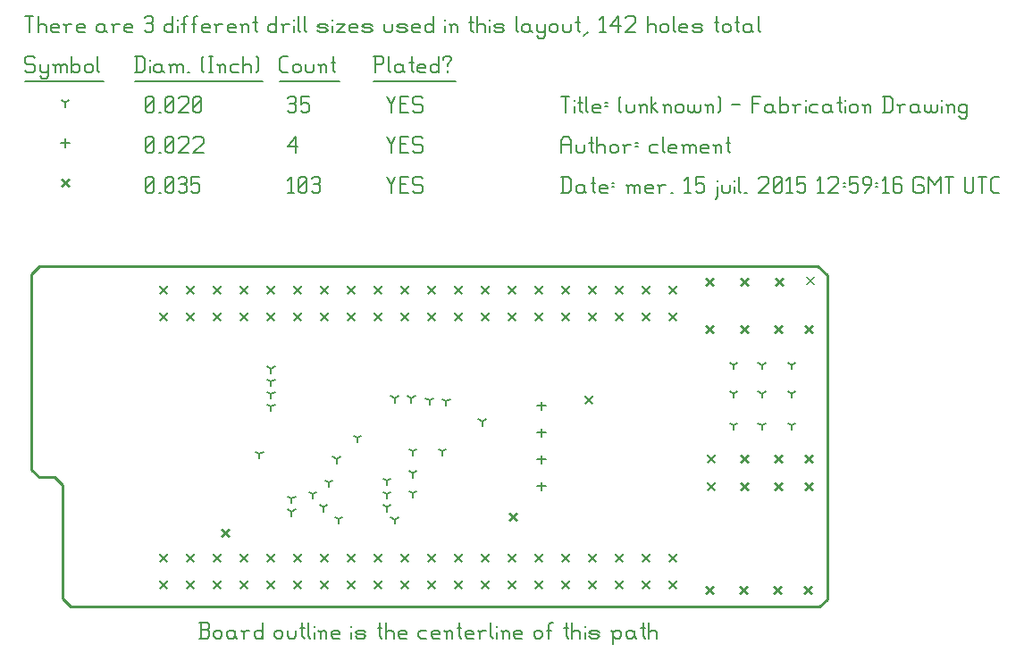
<source format=gbr>
G04 start of page 12 for group -3984 idx -3984 *
G04 Title: (unknown), fab *
G04 Creator: pcb 20140316 *
G04 CreationDate: mer. 15 juil. 2015 12:59:16 GMT UTC *
G04 For: clement *
G04 Format: Gerber/RS-274X *
G04 PCB-Dimensions (mil): 3023.62 1342.52 *
G04 PCB-Coordinate-Origin: lower left *
%MOIN*%
%FSLAX25Y25*%
%LNFAB*%
%ADD121C,0.0100*%
%ADD120C,0.0075*%
%ADD119C,0.0060*%
%ADD118C,0.0001*%
G54D118*G36*
X73603Y31687D02*X76569Y28721D01*
X76003Y28156D01*
X73037Y31121D01*
X73603Y31687D01*
G37*
G36*
X73037Y28721D02*X76003Y31687D01*
X76569Y31121D01*
X73603Y28156D01*
X73037Y28721D01*
G37*
G36*
X180887Y37592D02*X183852Y34627D01*
X183287Y34061D01*
X180321Y37027D01*
X180887Y37592D01*
G37*
G36*
X180321Y34627D02*X183287Y37592D01*
X183852Y37027D01*
X180887Y34061D01*
X180321Y34627D01*
G37*
G36*
X209036Y81293D02*X212002Y78328D01*
X211436Y77762D01*
X208471Y80728D01*
X209036Y81293D01*
G37*
G36*
X208471Y78328D02*X211436Y81293D01*
X212002Y80728D01*
X209036Y77762D01*
X208471Y78328D01*
G37*
G36*
X254706Y59246D02*X257671Y56280D01*
X257106Y55715D01*
X254140Y58680D01*
X254706Y59246D01*
G37*
G36*
X254140Y56280D02*X257106Y59246D01*
X257671Y58680D01*
X254706Y55715D01*
X254140Y56280D01*
G37*
G36*
X291320Y59246D02*X294285Y56280D01*
X293720Y55715D01*
X290754Y58680D01*
X291320Y59246D01*
G37*
G36*
X290754Y56280D02*X293720Y59246D01*
X294285Y58680D01*
X291320Y55715D01*
X290754Y56280D01*
G37*
G36*
X291713Y125781D02*X294679Y122816D01*
X294113Y122250D01*
X291148Y125216D01*
X291713Y125781D01*
G37*
G36*
X291148Y122816D02*X294113Y125781D01*
X294679Y125216D01*
X291713Y122250D01*
X291148Y122816D01*
G37*
G36*
X267304Y59246D02*X270270Y56280D01*
X269704Y55715D01*
X266738Y58680D01*
X267304Y59246D01*
G37*
G36*
X266738Y56280D02*X269704Y59246D01*
X270270Y58680D01*
X267304Y55715D01*
X266738Y56280D01*
G37*
G36*
X279902Y59246D02*X282868Y56280D01*
X282302Y55715D01*
X279337Y58680D01*
X279902Y59246D01*
G37*
G36*
X279337Y56280D02*X282302Y59246D01*
X282868Y58680D01*
X279902Y55715D01*
X279337Y56280D01*
G37*
G36*
X291320Y49010D02*X294285Y46044D01*
X293720Y45478D01*
X290754Y48444D01*
X291320Y49010D01*
G37*
G36*
X290754Y46044D02*X293720Y49010D01*
X294285Y48444D01*
X291320Y45478D01*
X290754Y46044D01*
G37*
G36*
X267304Y49010D02*X270270Y46044D01*
X269704Y45478D01*
X266738Y48444D01*
X267304Y49010D01*
G37*
G36*
X266738Y46044D02*X269704Y49010D01*
X270270Y48444D01*
X267304Y45478D01*
X266738Y46044D01*
G37*
G36*
X279902Y49010D02*X282868Y46044D01*
X282302Y45478D01*
X279337Y48444D01*
X279902Y49010D01*
G37*
G36*
X279337Y46044D02*X282302Y49010D01*
X282868Y48444D01*
X279902Y45478D01*
X279337Y46044D01*
G37*
G36*
X254312Y10427D02*X257277Y7461D01*
X256712Y6896D01*
X253746Y9861D01*
X254312Y10427D01*
G37*
G36*
X253746Y7461D02*X256712Y10427D01*
X257277Y9861D01*
X254312Y6896D01*
X253746Y7461D01*
G37*
G36*
X290926Y10427D02*X293892Y7461D01*
X293326Y6896D01*
X290360Y9861D01*
X290926Y10427D01*
G37*
G36*
X290360Y7461D02*X293326Y10427D01*
X293892Y9861D01*
X290926Y6896D01*
X290360Y7461D01*
G37*
G36*
X266910Y10427D02*X269876Y7461D01*
X269310Y6896D01*
X266345Y9861D01*
X266910Y10427D01*
G37*
G36*
X266345Y7461D02*X269310Y10427D01*
X269876Y9861D01*
X266910Y6896D01*
X266345Y7461D01*
G37*
G36*
X279509Y10427D02*X282474Y7461D01*
X281909Y6896D01*
X278943Y9861D01*
X279509Y10427D01*
G37*
G36*
X278943Y7461D02*X281909Y10427D01*
X282474Y9861D01*
X279509Y6896D01*
X278943Y7461D01*
G37*
G36*
X280296Y125388D02*X283262Y122422D01*
X282696Y121856D01*
X279730Y124822D01*
X280296Y125388D01*
G37*
G36*
X279730Y122422D02*X282696Y125388D01*
X283262Y124822D01*
X280296Y121856D01*
X279730Y122422D01*
G37*
G36*
X254706Y49010D02*X257671Y46044D01*
X257106Y45478D01*
X254140Y48444D01*
X254706Y49010D01*
G37*
G36*
X254140Y46044D02*X257106Y49010D01*
X257671Y48444D01*
X254706Y45478D01*
X254140Y46044D01*
G37*
G36*
X291320Y107671D02*X294285Y104706D01*
X293720Y104140D01*
X290754Y107106D01*
X291320Y107671D01*
G37*
G36*
X290754Y104706D02*X293720Y107671D01*
X294285Y107106D01*
X291320Y104140D01*
X290754Y104706D01*
G37*
G36*
X267304Y107671D02*X270270Y104706D01*
X269704Y104140D01*
X266738Y107106D01*
X267304Y107671D01*
G37*
G36*
X266738Y104706D02*X269704Y107671D01*
X270270Y107106D01*
X267304Y104140D01*
X266738Y104706D01*
G37*
G36*
X279902Y107671D02*X282868Y104706D01*
X282302Y104140D01*
X279337Y107106D01*
X279902Y107671D01*
G37*
G36*
X279337Y104706D02*X282302Y107671D01*
X282868Y107106D01*
X279902Y104140D01*
X279337Y104706D01*
G37*
G36*
X254312Y107671D02*X257277Y104706D01*
X256712Y104140D01*
X253746Y107106D01*
X254312Y107671D01*
G37*
G36*
X253746Y104706D02*X256712Y107671D01*
X257277Y107106D01*
X254312Y104140D01*
X253746Y104706D01*
G37*
G36*
X267304Y125388D02*X270270Y122422D01*
X269704Y121856D01*
X266738Y124822D01*
X267304Y125388D01*
G37*
G36*
X266738Y122422D02*X269704Y125388D01*
X270270Y124822D01*
X267304Y121856D01*
X266738Y122422D01*
G37*
G36*
X254312Y125388D02*X257277Y122422D01*
X256712Y121856D01*
X253746Y124822D01*
X254312Y125388D01*
G37*
G36*
X253746Y122422D02*X256712Y125388D01*
X257277Y124822D01*
X254312Y121856D01*
X253746Y122422D01*
G37*
G36*
X240375Y112396D02*X243340Y109430D01*
X242775Y108864D01*
X239809Y111830D01*
X240375Y112396D01*
G37*
G36*
X239809Y109430D02*X242775Y112396D01*
X243340Y111830D01*
X240375Y108864D01*
X239809Y109430D01*
G37*
G36*
X230375Y112396D02*X233340Y109430D01*
X232775Y108864D01*
X229809Y111830D01*
X230375Y112396D01*
G37*
G36*
X229809Y109430D02*X232775Y112396D01*
X233340Y111830D01*
X230375Y108864D01*
X229809Y109430D01*
G37*
G36*
X220375Y112396D02*X223340Y109430D01*
X222775Y108864D01*
X219809Y111830D01*
X220375Y112396D01*
G37*
G36*
X219809Y109430D02*X222775Y112396D01*
X223340Y111830D01*
X220375Y108864D01*
X219809Y109430D01*
G37*
G36*
X210375Y112396D02*X213340Y109430D01*
X212775Y108864D01*
X209809Y111830D01*
X210375Y112396D01*
G37*
G36*
X209809Y109430D02*X212775Y112396D01*
X213340Y111830D01*
X210375Y108864D01*
X209809Y109430D01*
G37*
G36*
X200375Y112396D02*X203340Y109430D01*
X202775Y108864D01*
X199809Y111830D01*
X200375Y112396D01*
G37*
G36*
X199809Y109430D02*X202775Y112396D01*
X203340Y111830D01*
X200375Y108864D01*
X199809Y109430D01*
G37*
G36*
X190375Y112396D02*X193340Y109430D01*
X192775Y108864D01*
X189809Y111830D01*
X190375Y112396D01*
G37*
G36*
X189809Y109430D02*X192775Y112396D01*
X193340Y111830D01*
X190375Y108864D01*
X189809Y109430D01*
G37*
G36*
X180375Y112396D02*X183340Y109430D01*
X182775Y108864D01*
X179809Y111830D01*
X180375Y112396D01*
G37*
G36*
X179809Y109430D02*X182775Y112396D01*
X183340Y111830D01*
X180375Y108864D01*
X179809Y109430D01*
G37*
G36*
X170375Y112396D02*X173340Y109430D01*
X172775Y108864D01*
X169809Y111830D01*
X170375Y112396D01*
G37*
G36*
X169809Y109430D02*X172775Y112396D01*
X173340Y111830D01*
X170375Y108864D01*
X169809Y109430D01*
G37*
G36*
X160375Y112396D02*X163340Y109430D01*
X162775Y108864D01*
X159809Y111830D01*
X160375Y112396D01*
G37*
G36*
X159809Y109430D02*X162775Y112396D01*
X163340Y111830D01*
X160375Y108864D01*
X159809Y109430D01*
G37*
G36*
X150375Y112396D02*X153340Y109430D01*
X152775Y108864D01*
X149809Y111830D01*
X150375Y112396D01*
G37*
G36*
X149809Y109430D02*X152775Y112396D01*
X153340Y111830D01*
X150375Y108864D01*
X149809Y109430D01*
G37*
G36*
X140375Y112396D02*X143340Y109430D01*
X142775Y108864D01*
X139809Y111830D01*
X140375Y112396D01*
G37*
G36*
X139809Y109430D02*X142775Y112396D01*
X143340Y111830D01*
X140375Y108864D01*
X139809Y109430D01*
G37*
G36*
X130375Y112396D02*X133340Y109430D01*
X132775Y108864D01*
X129809Y111830D01*
X130375Y112396D01*
G37*
G36*
X129809Y109430D02*X132775Y112396D01*
X133340Y111830D01*
X130375Y108864D01*
X129809Y109430D01*
G37*
G36*
X120375Y112396D02*X123340Y109430D01*
X122775Y108864D01*
X119809Y111830D01*
X120375Y112396D01*
G37*
G36*
X119809Y109430D02*X122775Y112396D01*
X123340Y111830D01*
X120375Y108864D01*
X119809Y109430D01*
G37*
G36*
X110375Y112396D02*X113340Y109430D01*
X112775Y108864D01*
X109809Y111830D01*
X110375Y112396D01*
G37*
G36*
X109809Y109430D02*X112775Y112396D01*
X113340Y111830D01*
X110375Y108864D01*
X109809Y109430D01*
G37*
G36*
X100375Y112396D02*X103340Y109430D01*
X102775Y108864D01*
X99809Y111830D01*
X100375Y112396D01*
G37*
G36*
X99809Y109430D02*X102775Y112396D01*
X103340Y111830D01*
X100375Y108864D01*
X99809Y109430D01*
G37*
G36*
X90375Y112396D02*X93340Y109430D01*
X92775Y108864D01*
X89809Y111830D01*
X90375Y112396D01*
G37*
G36*
X89809Y109430D02*X92775Y112396D01*
X93340Y111830D01*
X90375Y108864D01*
X89809Y109430D01*
G37*
G36*
X80375Y112396D02*X83340Y109430D01*
X82775Y108864D01*
X79809Y111830D01*
X80375Y112396D01*
G37*
G36*
X79809Y109430D02*X82775Y112396D01*
X83340Y111830D01*
X80375Y108864D01*
X79809Y109430D01*
G37*
G36*
X70375Y112396D02*X73340Y109430D01*
X72775Y108864D01*
X69809Y111830D01*
X70375Y112396D01*
G37*
G36*
X69809Y109430D02*X72775Y112396D01*
X73340Y111830D01*
X70375Y108864D01*
X69809Y109430D01*
G37*
G36*
X60375Y112396D02*X63340Y109430D01*
X62775Y108864D01*
X59809Y111830D01*
X60375Y112396D01*
G37*
G36*
X59809Y109430D02*X62775Y112396D01*
X63340Y111830D01*
X60375Y108864D01*
X59809Y109430D01*
G37*
G36*
X50375Y112396D02*X53340Y109430D01*
X52775Y108864D01*
X49809Y111830D01*
X50375Y112396D01*
G37*
G36*
X49809Y109430D02*X52775Y112396D01*
X53340Y111830D01*
X50375Y108864D01*
X49809Y109430D01*
G37*
G36*
X50375Y22396D02*X53340Y19430D01*
X52775Y18864D01*
X49809Y21830D01*
X50375Y22396D01*
G37*
G36*
X49809Y19430D02*X52775Y22396D01*
X53340Y21830D01*
X50375Y18864D01*
X49809Y19430D01*
G37*
G36*
X60375Y22396D02*X63340Y19430D01*
X62775Y18864D01*
X59809Y21830D01*
X60375Y22396D01*
G37*
G36*
X59809Y19430D02*X62775Y22396D01*
X63340Y21830D01*
X60375Y18864D01*
X59809Y19430D01*
G37*
G36*
X70375Y22396D02*X73340Y19430D01*
X72775Y18864D01*
X69809Y21830D01*
X70375Y22396D01*
G37*
G36*
X69809Y19430D02*X72775Y22396D01*
X73340Y21830D01*
X70375Y18864D01*
X69809Y19430D01*
G37*
G36*
X80375Y22396D02*X83340Y19430D01*
X82775Y18864D01*
X79809Y21830D01*
X80375Y22396D01*
G37*
G36*
X79809Y19430D02*X82775Y22396D01*
X83340Y21830D01*
X80375Y18864D01*
X79809Y19430D01*
G37*
G36*
X90375Y22396D02*X93340Y19430D01*
X92775Y18864D01*
X89809Y21830D01*
X90375Y22396D01*
G37*
G36*
X89809Y19430D02*X92775Y22396D01*
X93340Y21830D01*
X90375Y18864D01*
X89809Y19430D01*
G37*
G36*
X100375Y22396D02*X103340Y19430D01*
X102775Y18864D01*
X99809Y21830D01*
X100375Y22396D01*
G37*
G36*
X99809Y19430D02*X102775Y22396D01*
X103340Y21830D01*
X100375Y18864D01*
X99809Y19430D01*
G37*
G36*
X110375Y22396D02*X113340Y19430D01*
X112775Y18864D01*
X109809Y21830D01*
X110375Y22396D01*
G37*
G36*
X109809Y19430D02*X112775Y22396D01*
X113340Y21830D01*
X110375Y18864D01*
X109809Y19430D01*
G37*
G36*
X120375Y22396D02*X123340Y19430D01*
X122775Y18864D01*
X119809Y21830D01*
X120375Y22396D01*
G37*
G36*
X119809Y19430D02*X122775Y22396D01*
X123340Y21830D01*
X120375Y18864D01*
X119809Y19430D01*
G37*
G36*
X130375Y22396D02*X133340Y19430D01*
X132775Y18864D01*
X129809Y21830D01*
X130375Y22396D01*
G37*
G36*
X129809Y19430D02*X132775Y22396D01*
X133340Y21830D01*
X130375Y18864D01*
X129809Y19430D01*
G37*
G36*
X140375Y22396D02*X143340Y19430D01*
X142775Y18864D01*
X139809Y21830D01*
X140375Y22396D01*
G37*
G36*
X139809Y19430D02*X142775Y22396D01*
X143340Y21830D01*
X140375Y18864D01*
X139809Y19430D01*
G37*
G36*
X150375Y22396D02*X153340Y19430D01*
X152775Y18864D01*
X149809Y21830D01*
X150375Y22396D01*
G37*
G36*
X149809Y19430D02*X152775Y22396D01*
X153340Y21830D01*
X150375Y18864D01*
X149809Y19430D01*
G37*
G36*
X160375Y22396D02*X163340Y19430D01*
X162775Y18864D01*
X159809Y21830D01*
X160375Y22396D01*
G37*
G36*
X159809Y19430D02*X162775Y22396D01*
X163340Y21830D01*
X160375Y18864D01*
X159809Y19430D01*
G37*
G36*
X170375Y22396D02*X173340Y19430D01*
X172775Y18864D01*
X169809Y21830D01*
X170375Y22396D01*
G37*
G36*
X169809Y19430D02*X172775Y22396D01*
X173340Y21830D01*
X170375Y18864D01*
X169809Y19430D01*
G37*
G36*
X180375Y22396D02*X183340Y19430D01*
X182775Y18864D01*
X179809Y21830D01*
X180375Y22396D01*
G37*
G36*
X179809Y19430D02*X182775Y22396D01*
X183340Y21830D01*
X180375Y18864D01*
X179809Y19430D01*
G37*
G36*
X190375Y22396D02*X193340Y19430D01*
X192775Y18864D01*
X189809Y21830D01*
X190375Y22396D01*
G37*
G36*
X189809Y19430D02*X192775Y22396D01*
X193340Y21830D01*
X190375Y18864D01*
X189809Y19430D01*
G37*
G36*
X200375Y22396D02*X203340Y19430D01*
X202775Y18864D01*
X199809Y21830D01*
X200375Y22396D01*
G37*
G36*
X199809Y19430D02*X202775Y22396D01*
X203340Y21830D01*
X200375Y18864D01*
X199809Y19430D01*
G37*
G36*
X210375Y22396D02*X213340Y19430D01*
X212775Y18864D01*
X209809Y21830D01*
X210375Y22396D01*
G37*
G36*
X209809Y19430D02*X212775Y22396D01*
X213340Y21830D01*
X210375Y18864D01*
X209809Y19430D01*
G37*
G36*
X220375Y22396D02*X223340Y19430D01*
X222775Y18864D01*
X219809Y21830D01*
X220375Y22396D01*
G37*
G36*
X219809Y19430D02*X222775Y22396D01*
X223340Y21830D01*
X220375Y18864D01*
X219809Y19430D01*
G37*
G36*
X230375Y22396D02*X233340Y19430D01*
X232775Y18864D01*
X229809Y21830D01*
X230375Y22396D01*
G37*
G36*
X229809Y19430D02*X232775Y22396D01*
X233340Y21830D01*
X230375Y18864D01*
X229809Y19430D01*
G37*
G36*
X240375Y22396D02*X243340Y19430D01*
X242775Y18864D01*
X239809Y21830D01*
X240375Y22396D01*
G37*
G36*
X239809Y19430D02*X242775Y22396D01*
X243340Y21830D01*
X240375Y18864D01*
X239809Y19430D01*
G37*
G36*
X240375Y122396D02*X243340Y119430D01*
X242775Y118864D01*
X239809Y121830D01*
X240375Y122396D01*
G37*
G36*
X239809Y119430D02*X242775Y122396D01*
X243340Y121830D01*
X240375Y118864D01*
X239809Y119430D01*
G37*
G36*
X230375Y122396D02*X233340Y119430D01*
X232775Y118864D01*
X229809Y121830D01*
X230375Y122396D01*
G37*
G36*
X229809Y119430D02*X232775Y122396D01*
X233340Y121830D01*
X230375Y118864D01*
X229809Y119430D01*
G37*
G36*
X220375Y122396D02*X223340Y119430D01*
X222775Y118864D01*
X219809Y121830D01*
X220375Y122396D01*
G37*
G36*
X219809Y119430D02*X222775Y122396D01*
X223340Y121830D01*
X220375Y118864D01*
X219809Y119430D01*
G37*
G36*
X210375Y122396D02*X213340Y119430D01*
X212775Y118864D01*
X209809Y121830D01*
X210375Y122396D01*
G37*
G36*
X209809Y119430D02*X212775Y122396D01*
X213340Y121830D01*
X210375Y118864D01*
X209809Y119430D01*
G37*
G36*
X200375Y122396D02*X203340Y119430D01*
X202775Y118864D01*
X199809Y121830D01*
X200375Y122396D01*
G37*
G36*
X199809Y119430D02*X202775Y122396D01*
X203340Y121830D01*
X200375Y118864D01*
X199809Y119430D01*
G37*
G36*
X190375Y122396D02*X193340Y119430D01*
X192775Y118864D01*
X189809Y121830D01*
X190375Y122396D01*
G37*
G36*
X189809Y119430D02*X192775Y122396D01*
X193340Y121830D01*
X190375Y118864D01*
X189809Y119430D01*
G37*
G36*
X180375Y122396D02*X183340Y119430D01*
X182775Y118864D01*
X179809Y121830D01*
X180375Y122396D01*
G37*
G36*
X179809Y119430D02*X182775Y122396D01*
X183340Y121830D01*
X180375Y118864D01*
X179809Y119430D01*
G37*
G36*
X170375Y122396D02*X173340Y119430D01*
X172775Y118864D01*
X169809Y121830D01*
X170375Y122396D01*
G37*
G36*
X169809Y119430D02*X172775Y122396D01*
X173340Y121830D01*
X170375Y118864D01*
X169809Y119430D01*
G37*
G36*
X160375Y122396D02*X163340Y119430D01*
X162775Y118864D01*
X159809Y121830D01*
X160375Y122396D01*
G37*
G36*
X159809Y119430D02*X162775Y122396D01*
X163340Y121830D01*
X160375Y118864D01*
X159809Y119430D01*
G37*
G36*
X150375Y122396D02*X153340Y119430D01*
X152775Y118864D01*
X149809Y121830D01*
X150375Y122396D01*
G37*
G36*
X149809Y119430D02*X152775Y122396D01*
X153340Y121830D01*
X150375Y118864D01*
X149809Y119430D01*
G37*
G36*
X140375Y122396D02*X143340Y119430D01*
X142775Y118864D01*
X139809Y121830D01*
X140375Y122396D01*
G37*
G36*
X139809Y119430D02*X142775Y122396D01*
X143340Y121830D01*
X140375Y118864D01*
X139809Y119430D01*
G37*
G36*
X130375Y122396D02*X133340Y119430D01*
X132775Y118864D01*
X129809Y121830D01*
X130375Y122396D01*
G37*
G36*
X129809Y119430D02*X132775Y122396D01*
X133340Y121830D01*
X130375Y118864D01*
X129809Y119430D01*
G37*
G36*
X120375Y122396D02*X123340Y119430D01*
X122775Y118864D01*
X119809Y121830D01*
X120375Y122396D01*
G37*
G36*
X119809Y119430D02*X122775Y122396D01*
X123340Y121830D01*
X120375Y118864D01*
X119809Y119430D01*
G37*
G36*
X110375Y122396D02*X113340Y119430D01*
X112775Y118864D01*
X109809Y121830D01*
X110375Y122396D01*
G37*
G36*
X109809Y119430D02*X112775Y122396D01*
X113340Y121830D01*
X110375Y118864D01*
X109809Y119430D01*
G37*
G36*
X100375Y122396D02*X103340Y119430D01*
X102775Y118864D01*
X99809Y121830D01*
X100375Y122396D01*
G37*
G36*
X99809Y119430D02*X102775Y122396D01*
X103340Y121830D01*
X100375Y118864D01*
X99809Y119430D01*
G37*
G36*
X90375Y122396D02*X93340Y119430D01*
X92775Y118864D01*
X89809Y121830D01*
X90375Y122396D01*
G37*
G36*
X89809Y119430D02*X92775Y122396D01*
X93340Y121830D01*
X90375Y118864D01*
X89809Y119430D01*
G37*
G36*
X80375Y122396D02*X83340Y119430D01*
X82775Y118864D01*
X79809Y121830D01*
X80375Y122396D01*
G37*
G36*
X79809Y119430D02*X82775Y122396D01*
X83340Y121830D01*
X80375Y118864D01*
X79809Y119430D01*
G37*
G36*
X70375Y122396D02*X73340Y119430D01*
X72775Y118864D01*
X69809Y121830D01*
X70375Y122396D01*
G37*
G36*
X69809Y119430D02*X72775Y122396D01*
X73340Y121830D01*
X70375Y118864D01*
X69809Y119430D01*
G37*
G36*
X60375Y122396D02*X63340Y119430D01*
X62775Y118864D01*
X59809Y121830D01*
X60375Y122396D01*
G37*
G36*
X59809Y119430D02*X62775Y122396D01*
X63340Y121830D01*
X60375Y118864D01*
X59809Y119430D01*
G37*
G36*
X50375Y122396D02*X53340Y119430D01*
X52775Y118864D01*
X49809Y121830D01*
X50375Y122396D01*
G37*
G36*
X49809Y119430D02*X52775Y122396D01*
X53340Y121830D01*
X50375Y118864D01*
X49809Y119430D01*
G37*
G36*
X50375Y12396D02*X53340Y9430D01*
X52775Y8864D01*
X49809Y11830D01*
X50375Y12396D01*
G37*
G36*
X49809Y9430D02*X52775Y12396D01*
X53340Y11830D01*
X50375Y8864D01*
X49809Y9430D01*
G37*
G36*
X60375Y12396D02*X63340Y9430D01*
X62775Y8864D01*
X59809Y11830D01*
X60375Y12396D01*
G37*
G36*
X59809Y9430D02*X62775Y12396D01*
X63340Y11830D01*
X60375Y8864D01*
X59809Y9430D01*
G37*
G36*
X70375Y12396D02*X73340Y9430D01*
X72775Y8864D01*
X69809Y11830D01*
X70375Y12396D01*
G37*
G36*
X69809Y9430D02*X72775Y12396D01*
X73340Y11830D01*
X70375Y8864D01*
X69809Y9430D01*
G37*
G36*
X80375Y12396D02*X83340Y9430D01*
X82775Y8864D01*
X79809Y11830D01*
X80375Y12396D01*
G37*
G36*
X79809Y9430D02*X82775Y12396D01*
X83340Y11830D01*
X80375Y8864D01*
X79809Y9430D01*
G37*
G36*
X90375Y12396D02*X93340Y9430D01*
X92775Y8864D01*
X89809Y11830D01*
X90375Y12396D01*
G37*
G36*
X89809Y9430D02*X92775Y12396D01*
X93340Y11830D01*
X90375Y8864D01*
X89809Y9430D01*
G37*
G36*
X100375Y12396D02*X103340Y9430D01*
X102775Y8864D01*
X99809Y11830D01*
X100375Y12396D01*
G37*
G36*
X99809Y9430D02*X102775Y12396D01*
X103340Y11830D01*
X100375Y8864D01*
X99809Y9430D01*
G37*
G36*
X110375Y12396D02*X113340Y9430D01*
X112775Y8864D01*
X109809Y11830D01*
X110375Y12396D01*
G37*
G36*
X109809Y9430D02*X112775Y12396D01*
X113340Y11830D01*
X110375Y8864D01*
X109809Y9430D01*
G37*
G36*
X120375Y12396D02*X123340Y9430D01*
X122775Y8864D01*
X119809Y11830D01*
X120375Y12396D01*
G37*
G36*
X119809Y9430D02*X122775Y12396D01*
X123340Y11830D01*
X120375Y8864D01*
X119809Y9430D01*
G37*
G36*
X130375Y12396D02*X133340Y9430D01*
X132775Y8864D01*
X129809Y11830D01*
X130375Y12396D01*
G37*
G36*
X129809Y9430D02*X132775Y12396D01*
X133340Y11830D01*
X130375Y8864D01*
X129809Y9430D01*
G37*
G36*
X140375Y12396D02*X143340Y9430D01*
X142775Y8864D01*
X139809Y11830D01*
X140375Y12396D01*
G37*
G36*
X139809Y9430D02*X142775Y12396D01*
X143340Y11830D01*
X140375Y8864D01*
X139809Y9430D01*
G37*
G36*
X150375Y12396D02*X153340Y9430D01*
X152775Y8864D01*
X149809Y11830D01*
X150375Y12396D01*
G37*
G36*
X149809Y9430D02*X152775Y12396D01*
X153340Y11830D01*
X150375Y8864D01*
X149809Y9430D01*
G37*
G36*
X160375Y12396D02*X163340Y9430D01*
X162775Y8864D01*
X159809Y11830D01*
X160375Y12396D01*
G37*
G36*
X159809Y9430D02*X162775Y12396D01*
X163340Y11830D01*
X160375Y8864D01*
X159809Y9430D01*
G37*
G36*
X170375Y12396D02*X173340Y9430D01*
X172775Y8864D01*
X169809Y11830D01*
X170375Y12396D01*
G37*
G36*
X169809Y9430D02*X172775Y12396D01*
X173340Y11830D01*
X170375Y8864D01*
X169809Y9430D01*
G37*
G36*
X180375Y12396D02*X183340Y9430D01*
X182775Y8864D01*
X179809Y11830D01*
X180375Y12396D01*
G37*
G36*
X179809Y9430D02*X182775Y12396D01*
X183340Y11830D01*
X180375Y8864D01*
X179809Y9430D01*
G37*
G36*
X190375Y12396D02*X193340Y9430D01*
X192775Y8864D01*
X189809Y11830D01*
X190375Y12396D01*
G37*
G36*
X189809Y9430D02*X192775Y12396D01*
X193340Y11830D01*
X190375Y8864D01*
X189809Y9430D01*
G37*
G36*
X200375Y12396D02*X203340Y9430D01*
X202775Y8864D01*
X199809Y11830D01*
X200375Y12396D01*
G37*
G36*
X199809Y9430D02*X202775Y12396D01*
X203340Y11830D01*
X200375Y8864D01*
X199809Y9430D01*
G37*
G36*
X210375Y12396D02*X213340Y9430D01*
X212775Y8864D01*
X209809Y11830D01*
X210375Y12396D01*
G37*
G36*
X209809Y9430D02*X212775Y12396D01*
X213340Y11830D01*
X210375Y8864D01*
X209809Y9430D01*
G37*
G36*
X220375Y12396D02*X223340Y9430D01*
X222775Y8864D01*
X219809Y11830D01*
X220375Y12396D01*
G37*
G36*
X219809Y9430D02*X222775Y12396D01*
X223340Y11830D01*
X220375Y8864D01*
X219809Y9430D01*
G37*
G36*
X230375Y12396D02*X233340Y9430D01*
X232775Y8864D01*
X229809Y11830D01*
X230375Y12396D01*
G37*
G36*
X229809Y9430D02*X232775Y12396D01*
X233340Y11830D01*
X230375Y8864D01*
X229809Y9430D01*
G37*
G36*
X240375Y12396D02*X243340Y9430D01*
X242775Y8864D01*
X239809Y11830D01*
X240375Y12396D01*
G37*
G36*
X239809Y9430D02*X242775Y12396D01*
X243340Y11830D01*
X240375Y8864D01*
X239809Y9430D01*
G37*
G36*
X13800Y162268D02*X16766Y159302D01*
X16200Y158736D01*
X13234Y161702D01*
X13800Y162268D01*
G37*
G36*
X13234Y159302D02*X16200Y162268D01*
X16766Y161702D01*
X13800Y158736D01*
X13234Y159302D01*
G37*
G54D119*X135000Y162752D02*X136500Y159752D01*
X138000Y162752D01*
X136500Y159752D02*Y156752D01*
X139800Y160052D02*X142050D01*
X139800Y156752D02*X142800D01*
X139800Y162752D02*Y156752D01*
Y162752D02*X142800D01*
X147600D02*X148350Y162002D01*
X145350Y162752D02*X147600D01*
X144600Y162002D02*X145350Y162752D01*
X144600Y162002D02*Y160502D01*
X145350Y159752D01*
X147600D01*
X148350Y159002D01*
Y157502D01*
X147600Y156752D02*X148350Y157502D01*
X145350Y156752D02*X147600D01*
X144600Y157502D02*X145350Y156752D01*
X98000Y161552D02*X99200Y162752D01*
Y156752D01*
X98000D02*X100250D01*
X102050Y157502D02*X102800Y156752D01*
X102050Y162002D02*Y157502D01*
Y162002D02*X102800Y162752D01*
X104300D01*
X105050Y162002D01*
Y157502D01*
X104300Y156752D02*X105050Y157502D01*
X102800Y156752D02*X104300D01*
X102050Y158252D02*X105050Y161252D01*
X106850Y162002D02*X107600Y162752D01*
X109100D01*
X109850Y162002D01*
X109100Y156752D02*X109850Y157502D01*
X107600Y156752D02*X109100D01*
X106850Y157502D02*X107600Y156752D01*
Y160052D02*X109100D01*
X109850Y162002D02*Y160802D01*
Y159302D02*Y157502D01*
Y159302D02*X109100Y160052D01*
X109850Y160802D02*X109100Y160052D01*
X45000Y157502D02*X45750Y156752D01*
X45000Y162002D02*Y157502D01*
Y162002D02*X45750Y162752D01*
X47250D01*
X48000Y162002D01*
Y157502D01*
X47250Y156752D02*X48000Y157502D01*
X45750Y156752D02*X47250D01*
X45000Y158252D02*X48000Y161252D01*
X49800Y156752D02*X50550D01*
X52350Y157502D02*X53100Y156752D01*
X52350Y162002D02*Y157502D01*
Y162002D02*X53100Y162752D01*
X54600D01*
X55350Y162002D01*
Y157502D01*
X54600Y156752D02*X55350Y157502D01*
X53100Y156752D02*X54600D01*
X52350Y158252D02*X55350Y161252D01*
X57150Y162002D02*X57900Y162752D01*
X59400D01*
X60150Y162002D01*
X59400Y156752D02*X60150Y157502D01*
X57900Y156752D02*X59400D01*
X57150Y157502D02*X57900Y156752D01*
Y160052D02*X59400D01*
X60150Y162002D02*Y160802D01*
Y159302D02*Y157502D01*
Y159302D02*X59400Y160052D01*
X60150Y160802D02*X59400Y160052D01*
X61950Y162752D02*X64950D01*
X61950D02*Y159752D01*
X62700Y160502D01*
X64200D01*
X64950Y159752D01*
Y157502D01*
X64200Y156752D02*X64950Y157502D01*
X62700Y156752D02*X64200D01*
X61950Y157502D02*X62700Y156752D01*
X192677Y48844D02*Y45644D01*
X191077Y47244D02*X194277D01*
X192677Y58844D02*Y55644D01*
X191077Y57244D02*X194277D01*
X192677Y68844D02*Y65644D01*
X191077Y67244D02*X194277D01*
X192677Y78844D02*Y75644D01*
X191077Y77244D02*X194277D01*
X15000Y177102D02*Y173902D01*
X13400Y175502D02*X16600D01*
X135000Y177752D02*X136500Y174752D01*
X138000Y177752D01*
X136500Y174752D02*Y171752D01*
X139800Y175052D02*X142050D01*
X139800Y171752D02*X142800D01*
X139800Y177752D02*Y171752D01*
Y177752D02*X142800D01*
X147600D02*X148350Y177002D01*
X145350Y177752D02*X147600D01*
X144600Y177002D02*X145350Y177752D01*
X144600Y177002D02*Y175502D01*
X145350Y174752D01*
X147600D01*
X148350Y174002D01*
Y172502D01*
X147600Y171752D02*X148350Y172502D01*
X145350Y171752D02*X147600D01*
X144600Y172502D02*X145350Y171752D01*
X98000Y174002D02*X101000Y177752D01*
X98000Y174002D02*X101750D01*
X101000Y177752D02*Y171752D01*
X45000Y172502D02*X45750Y171752D01*
X45000Y177002D02*Y172502D01*
Y177002D02*X45750Y177752D01*
X47250D01*
X48000Y177002D01*
Y172502D01*
X47250Y171752D02*X48000Y172502D01*
X45750Y171752D02*X47250D01*
X45000Y173252D02*X48000Y176252D01*
X49800Y171752D02*X50550D01*
X52350Y172502D02*X53100Y171752D01*
X52350Y177002D02*Y172502D01*
Y177002D02*X53100Y177752D01*
X54600D01*
X55350Y177002D01*
Y172502D01*
X54600Y171752D02*X55350Y172502D01*
X53100Y171752D02*X54600D01*
X52350Y173252D02*X55350Y176252D01*
X57150Y177002D02*X57900Y177752D01*
X60150D01*
X60900Y177002D01*
Y175502D01*
X57150Y171752D02*X60900Y175502D01*
X57150Y171752D02*X60900D01*
X62700Y177002D02*X63450Y177752D01*
X65700D01*
X66450Y177002D01*
Y175502D01*
X62700Y171752D02*X66450Y175502D01*
X62700Y171752D02*X66450D01*
X144488Y52165D02*Y50565D01*
Y52165D02*X145875Y52965D01*
X144488Y52165D02*X143102Y52965D01*
X137795Y34843D02*Y33243D01*
Y34843D02*X139182Y35643D01*
X137795Y34843D02*X136409Y35643D01*
X87402Y59252D02*Y57652D01*
Y59252D02*X88788Y60052D01*
X87402Y59252D02*X86015Y60052D01*
X91732Y76969D02*Y75369D01*
Y76969D02*X93119Y77769D01*
X91732Y76969D02*X90346Y77769D01*
X91732Y81693D02*Y80093D01*
Y81693D02*X93119Y82493D01*
X91732Y81693D02*X90346Y82493D01*
X137795Y80118D02*Y78518D01*
Y80118D02*X139182Y80918D01*
X137795Y80118D02*X136409Y80918D01*
X157087Y78937D02*Y77337D01*
Y78937D02*X158473Y79737D01*
X157087Y78937D02*X155700Y79737D01*
X144094Y80118D02*Y78518D01*
Y80118D02*X145481Y80918D01*
X144094Y80118D02*X142708Y80918D01*
X91732Y91142D02*Y89542D01*
Y91142D02*X93119Y91942D01*
X91732Y91142D02*X90346Y91942D01*
X91732Y86417D02*Y84817D01*
Y86417D02*X93119Y87217D01*
X91732Y86417D02*X90346Y87217D01*
X150787Y79331D02*Y77731D01*
Y79331D02*X152174Y80131D01*
X150787Y79331D02*X149401Y80131D01*
X124016Y65354D02*Y63754D01*
Y65354D02*X125402Y66154D01*
X124016Y65354D02*X122629Y66154D01*
X99409Y42717D02*Y41117D01*
Y42717D02*X100796Y43517D01*
X99409Y42717D02*X98023Y43517D01*
X99409Y37795D02*Y36195D01*
Y37795D02*X100796Y38595D01*
X99409Y37795D02*X98023Y38595D01*
X144685Y60433D02*Y58833D01*
Y60433D02*X146072Y61233D01*
X144685Y60433D02*X143298Y61233D01*
X170472Y71457D02*Y69857D01*
Y71457D02*X171859Y72257D01*
X170472Y71457D02*X169086Y72257D01*
X155512Y60433D02*Y58833D01*
Y60433D02*X156898Y61233D01*
X155512Y60433D02*X154125Y61233D01*
X144685Y44685D02*Y43085D01*
Y44685D02*X146072Y45485D01*
X144685Y44685D02*X143298Y45485D01*
X134843Y49311D02*Y47711D01*
Y49311D02*X136229Y50111D01*
X134843Y49311D02*X133456Y50111D01*
X134843Y44390D02*Y42790D01*
Y44390D02*X136229Y45190D01*
X134843Y44390D02*X133456Y45190D01*
X134843Y39469D02*Y37869D01*
Y39469D02*X136229Y40269D01*
X134843Y39469D02*X133456Y40269D01*
X111220Y39469D02*Y37869D01*
Y39469D02*X112607Y40269D01*
X111220Y39469D02*X109834Y40269D01*
X107283Y44390D02*Y42790D01*
Y44390D02*X108670Y45190D01*
X107283Y44390D02*X105897Y45190D01*
X116142Y57480D02*Y55880D01*
Y57480D02*X117528Y58280D01*
X116142Y57480D02*X114755Y58280D01*
X113189Y48622D02*Y47022D01*
Y48622D02*X114576Y49422D01*
X113189Y48622D02*X111802Y49422D01*
X116929Y35039D02*Y33439D01*
Y35039D02*X118316Y35839D01*
X116929Y35039D02*X115542Y35839D01*
X264173Y92520D02*Y90920D01*
Y92520D02*X265560Y93320D01*
X264173Y92520D02*X262787Y93320D01*
X274803Y92520D02*Y90920D01*
Y92520D02*X276190Y93320D01*
X274803Y92520D02*X273416Y93320D01*
X285827Y92520D02*Y90920D01*
Y92520D02*X287213Y93320D01*
X285827Y92520D02*X284440Y93320D01*
X264173Y70079D02*Y68479D01*
Y70079D02*X265560Y70879D01*
X264173Y70079D02*X262787Y70879D01*
X274803Y70079D02*Y68479D01*
Y70079D02*X276190Y70879D01*
X274803Y70079D02*X273416Y70879D01*
X285827Y70079D02*Y68479D01*
Y70079D02*X287213Y70879D01*
X285827Y70079D02*X284440Y70879D01*
X264173Y81890D02*Y80290D01*
Y81890D02*X265560Y82690D01*
X264173Y81890D02*X262787Y82690D01*
X274803Y81890D02*Y80290D01*
Y81890D02*X276190Y82690D01*
X274803Y81890D02*X273416Y82690D01*
X285827Y81890D02*Y80290D01*
Y81890D02*X287213Y82690D01*
X285827Y81890D02*X284440Y82690D01*
X15000Y190502D02*Y188902D01*
Y190502D02*X16387Y191302D01*
X15000Y190502D02*X13613Y191302D01*
X135000Y192752D02*X136500Y189752D01*
X138000Y192752D01*
X136500Y189752D02*Y186752D01*
X139800Y190052D02*X142050D01*
X139800Y186752D02*X142800D01*
X139800Y192752D02*Y186752D01*
Y192752D02*X142800D01*
X147600D02*X148350Y192002D01*
X145350Y192752D02*X147600D01*
X144600Y192002D02*X145350Y192752D01*
X144600Y192002D02*Y190502D01*
X145350Y189752D01*
X147600D01*
X148350Y189002D01*
Y187502D01*
X147600Y186752D02*X148350Y187502D01*
X145350Y186752D02*X147600D01*
X144600Y187502D02*X145350Y186752D01*
X98000Y192002D02*X98750Y192752D01*
X100250D01*
X101000Y192002D01*
X100250Y186752D02*X101000Y187502D01*
X98750Y186752D02*X100250D01*
X98000Y187502D02*X98750Y186752D01*
Y190052D02*X100250D01*
X101000Y192002D02*Y190802D01*
Y189302D02*Y187502D01*
Y189302D02*X100250Y190052D01*
X101000Y190802D02*X100250Y190052D01*
X102800Y192752D02*X105800D01*
X102800D02*Y189752D01*
X103550Y190502D01*
X105050D01*
X105800Y189752D01*
Y187502D01*
X105050Y186752D02*X105800Y187502D01*
X103550Y186752D02*X105050D01*
X102800Y187502D02*X103550Y186752D01*
X45000Y187502D02*X45750Y186752D01*
X45000Y192002D02*Y187502D01*
Y192002D02*X45750Y192752D01*
X47250D01*
X48000Y192002D01*
Y187502D01*
X47250Y186752D02*X48000Y187502D01*
X45750Y186752D02*X47250D01*
X45000Y188252D02*X48000Y191252D01*
X49800Y186752D02*X50550D01*
X52350Y187502D02*X53100Y186752D01*
X52350Y192002D02*Y187502D01*
Y192002D02*X53100Y192752D01*
X54600D01*
X55350Y192002D01*
Y187502D01*
X54600Y186752D02*X55350Y187502D01*
X53100Y186752D02*X54600D01*
X52350Y188252D02*X55350Y191252D01*
X57150Y192002D02*X57900Y192752D01*
X60150D01*
X60900Y192002D01*
Y190502D01*
X57150Y186752D02*X60900Y190502D01*
X57150Y186752D02*X60900D01*
X62700Y187502D02*X63450Y186752D01*
X62700Y192002D02*Y187502D01*
Y192002D02*X63450Y192752D01*
X64950D01*
X65700Y192002D01*
Y187502D01*
X64950Y186752D02*X65700Y187502D01*
X63450Y186752D02*X64950D01*
X62700Y188252D02*X65700Y191252D01*
X3000Y207752D02*X3750Y207002D01*
X750Y207752D02*X3000D01*
X0Y207002D02*X750Y207752D01*
X0Y207002D02*Y205502D01*
X750Y204752D01*
X3000D01*
X3750Y204002D01*
Y202502D01*
X3000Y201752D02*X3750Y202502D01*
X750Y201752D02*X3000D01*
X0Y202502D02*X750Y201752D01*
X5550Y204752D02*Y202502D01*
X6300Y201752D01*
X8550Y204752D02*Y200252D01*
X7800Y199502D02*X8550Y200252D01*
X6300Y199502D02*X7800D01*
X5550Y200252D02*X6300Y199502D01*
Y201752D02*X7800D01*
X8550Y202502D01*
X11100Y204002D02*Y201752D01*
Y204002D02*X11850Y204752D01*
X12600D01*
X13350Y204002D01*
Y201752D01*
Y204002D02*X14100Y204752D01*
X14850D01*
X15600Y204002D01*
Y201752D01*
X10350Y204752D02*X11100Y204002D01*
X17400Y207752D02*Y201752D01*
Y202502D02*X18150Y201752D01*
X19650D01*
X20400Y202502D01*
Y204002D02*Y202502D01*
X19650Y204752D02*X20400Y204002D01*
X18150Y204752D02*X19650D01*
X17400Y204002D02*X18150Y204752D01*
X22200Y204002D02*Y202502D01*
Y204002D02*X22950Y204752D01*
X24450D01*
X25200Y204002D01*
Y202502D01*
X24450Y201752D02*X25200Y202502D01*
X22950Y201752D02*X24450D01*
X22200Y202502D02*X22950Y201752D01*
X27000Y207752D02*Y202502D01*
X27750Y201752D01*
X0Y198502D02*X29250D01*
X41750Y207752D02*Y201752D01*
X43700Y207752D02*X44750Y206702D01*
Y202802D01*
X43700Y201752D02*X44750Y202802D01*
X41000Y201752D02*X43700D01*
X41000Y207752D02*X43700D01*
G54D120*X46550Y206252D02*Y206102D01*
G54D119*Y204002D02*Y201752D01*
X50300Y204752D02*X51050Y204002D01*
X48800Y204752D02*X50300D01*
X48050Y204002D02*X48800Y204752D01*
X48050Y204002D02*Y202502D01*
X48800Y201752D01*
X51050Y204752D02*Y202502D01*
X51800Y201752D01*
X48800D02*X50300D01*
X51050Y202502D01*
X54350Y204002D02*Y201752D01*
Y204002D02*X55100Y204752D01*
X55850D01*
X56600Y204002D01*
Y201752D01*
Y204002D02*X57350Y204752D01*
X58100D01*
X58850Y204002D01*
Y201752D01*
X53600Y204752D02*X54350Y204002D01*
X60650Y201752D02*X61400D01*
X65900Y202502D02*X66650Y201752D01*
X65900Y207002D02*X66650Y207752D01*
X65900Y207002D02*Y202502D01*
X68450Y207752D02*X69950D01*
X69200D02*Y201752D01*
X68450D02*X69950D01*
X72500Y204002D02*Y201752D01*
Y204002D02*X73250Y204752D01*
X74000D01*
X74750Y204002D01*
Y201752D01*
X71750Y204752D02*X72500Y204002D01*
X77300Y204752D02*X79550D01*
X76550Y204002D02*X77300Y204752D01*
X76550Y204002D02*Y202502D01*
X77300Y201752D01*
X79550D01*
X81350Y207752D02*Y201752D01*
Y204002D02*X82100Y204752D01*
X83600D01*
X84350Y204002D01*
Y201752D01*
X86150Y207752D02*X86900Y207002D01*
Y202502D01*
X86150Y201752D02*X86900Y202502D01*
X41000Y198502D02*X88700D01*
X96050Y201752D02*X98000D01*
X95000Y202802D02*X96050Y201752D01*
X95000Y206702D02*Y202802D01*
Y206702D02*X96050Y207752D01*
X98000D01*
X99800Y204002D02*Y202502D01*
Y204002D02*X100550Y204752D01*
X102050D01*
X102800Y204002D01*
Y202502D01*
X102050Y201752D02*X102800Y202502D01*
X100550Y201752D02*X102050D01*
X99800Y202502D02*X100550Y201752D01*
X104600Y204752D02*Y202502D01*
X105350Y201752D01*
X106850D01*
X107600Y202502D01*
Y204752D02*Y202502D01*
X110150Y204002D02*Y201752D01*
Y204002D02*X110900Y204752D01*
X111650D01*
X112400Y204002D01*
Y201752D01*
X109400Y204752D02*X110150Y204002D01*
X114950Y207752D02*Y202502D01*
X115700Y201752D01*
X114200Y205502D02*X115700D01*
X95000Y198502D02*X117200D01*
X130750Y207752D02*Y201752D01*
X130000Y207752D02*X133000D01*
X133750Y207002D01*
Y205502D01*
X133000Y204752D02*X133750Y205502D01*
X130750Y204752D02*X133000D01*
X135550Y207752D02*Y202502D01*
X136300Y201752D01*
X140050Y204752D02*X140800Y204002D01*
X138550Y204752D02*X140050D01*
X137800Y204002D02*X138550Y204752D01*
X137800Y204002D02*Y202502D01*
X138550Y201752D01*
X140800Y204752D02*Y202502D01*
X141550Y201752D01*
X138550D02*X140050D01*
X140800Y202502D01*
X144100Y207752D02*Y202502D01*
X144850Y201752D01*
X143350Y205502D02*X144850D01*
X147100Y201752D02*X149350D01*
X146350Y202502D02*X147100Y201752D01*
X146350Y204002D02*Y202502D01*
Y204002D02*X147100Y204752D01*
X148600D01*
X149350Y204002D01*
X146350Y203252D02*X149350D01*
Y204002D02*Y203252D01*
X154150Y207752D02*Y201752D01*
X153400D02*X154150Y202502D01*
X151900Y201752D02*X153400D01*
X151150Y202502D02*X151900Y201752D01*
X151150Y204002D02*Y202502D01*
Y204002D02*X151900Y204752D01*
X153400D01*
X154150Y204002D01*
X157450Y204752D02*Y204002D01*
Y202502D02*Y201752D01*
X155950Y207002D02*Y206252D01*
Y207002D02*X156700Y207752D01*
X158200D01*
X158950Y207002D01*
Y206252D01*
X157450Y204752D02*X158950Y206252D01*
X130000Y198502D02*X160750D01*
X0Y222752D02*X3000D01*
X1500D02*Y216752D01*
X4800Y222752D02*Y216752D01*
Y219002D02*X5550Y219752D01*
X7050D01*
X7800Y219002D01*
Y216752D01*
X10350D02*X12600D01*
X9600Y217502D02*X10350Y216752D01*
X9600Y219002D02*Y217502D01*
Y219002D02*X10350Y219752D01*
X11850D01*
X12600Y219002D01*
X9600Y218252D02*X12600D01*
Y219002D02*Y218252D01*
X15150Y219002D02*Y216752D01*
Y219002D02*X15900Y219752D01*
X17400D01*
X14400D02*X15150Y219002D01*
X19950Y216752D02*X22200D01*
X19200Y217502D02*X19950Y216752D01*
X19200Y219002D02*Y217502D01*
Y219002D02*X19950Y219752D01*
X21450D01*
X22200Y219002D01*
X19200Y218252D02*X22200D01*
Y219002D02*Y218252D01*
X28950Y219752D02*X29700Y219002D01*
X27450Y219752D02*X28950D01*
X26700Y219002D02*X27450Y219752D01*
X26700Y219002D02*Y217502D01*
X27450Y216752D01*
X29700Y219752D02*Y217502D01*
X30450Y216752D01*
X27450D02*X28950D01*
X29700Y217502D01*
X33000Y219002D02*Y216752D01*
Y219002D02*X33750Y219752D01*
X35250D01*
X32250D02*X33000Y219002D01*
X37800Y216752D02*X40050D01*
X37050Y217502D02*X37800Y216752D01*
X37050Y219002D02*Y217502D01*
Y219002D02*X37800Y219752D01*
X39300D01*
X40050Y219002D01*
X37050Y218252D02*X40050D01*
Y219002D02*Y218252D01*
X44550Y222002D02*X45300Y222752D01*
X46800D01*
X47550Y222002D01*
X46800Y216752D02*X47550Y217502D01*
X45300Y216752D02*X46800D01*
X44550Y217502D02*X45300Y216752D01*
Y220052D02*X46800D01*
X47550Y222002D02*Y220802D01*
Y219302D02*Y217502D01*
Y219302D02*X46800Y220052D01*
X47550Y220802D02*X46800Y220052D01*
X55050Y222752D02*Y216752D01*
X54300D02*X55050Y217502D01*
X52800Y216752D02*X54300D01*
X52050Y217502D02*X52800Y216752D01*
X52050Y219002D02*Y217502D01*
Y219002D02*X52800Y219752D01*
X54300D01*
X55050Y219002D01*
G54D120*X56850Y221252D02*Y221102D01*
G54D119*Y219002D02*Y216752D01*
X59100Y222002D02*Y216752D01*
Y222002D02*X59850Y222752D01*
X60600D01*
X58350Y219752D02*X59850D01*
X62850Y222002D02*Y216752D01*
Y222002D02*X63600Y222752D01*
X64350D01*
X62100Y219752D02*X63600D01*
X66600Y216752D02*X68850D01*
X65850Y217502D02*X66600Y216752D01*
X65850Y219002D02*Y217502D01*
Y219002D02*X66600Y219752D01*
X68100D01*
X68850Y219002D01*
X65850Y218252D02*X68850D01*
Y219002D02*Y218252D01*
X71400Y219002D02*Y216752D01*
Y219002D02*X72150Y219752D01*
X73650D01*
X70650D02*X71400Y219002D01*
X76200Y216752D02*X78450D01*
X75450Y217502D02*X76200Y216752D01*
X75450Y219002D02*Y217502D01*
Y219002D02*X76200Y219752D01*
X77700D01*
X78450Y219002D01*
X75450Y218252D02*X78450D01*
Y219002D02*Y218252D01*
X81000Y219002D02*Y216752D01*
Y219002D02*X81750Y219752D01*
X82500D01*
X83250Y219002D01*
Y216752D01*
X80250Y219752D02*X81000Y219002D01*
X85800Y222752D02*Y217502D01*
X86550Y216752D01*
X85050Y220502D02*X86550D01*
X93750Y222752D02*Y216752D01*
X93000D02*X93750Y217502D01*
X91500Y216752D02*X93000D01*
X90750Y217502D02*X91500Y216752D01*
X90750Y219002D02*Y217502D01*
Y219002D02*X91500Y219752D01*
X93000D01*
X93750Y219002D01*
X96300D02*Y216752D01*
Y219002D02*X97050Y219752D01*
X98550D01*
X95550D02*X96300Y219002D01*
G54D120*X100350Y221252D02*Y221102D01*
G54D119*Y219002D02*Y216752D01*
X101850Y222752D02*Y217502D01*
X102600Y216752D01*
X104100Y222752D02*Y217502D01*
X104850Y216752D01*
X109800D02*X112050D01*
X112800Y217502D01*
X112050Y218252D02*X112800Y217502D01*
X109800Y218252D02*X112050D01*
X109050Y219002D02*X109800Y218252D01*
X109050Y219002D02*X109800Y219752D01*
X112050D01*
X112800Y219002D01*
X109050Y217502D02*X109800Y216752D01*
G54D120*X114600Y221252D02*Y221102D01*
G54D119*Y219002D02*Y216752D01*
X116100Y219752D02*X119100D01*
X116100Y216752D02*X119100Y219752D01*
X116100Y216752D02*X119100D01*
X121650D02*X123900D01*
X120900Y217502D02*X121650Y216752D01*
X120900Y219002D02*Y217502D01*
Y219002D02*X121650Y219752D01*
X123150D01*
X123900Y219002D01*
X120900Y218252D02*X123900D01*
Y219002D02*Y218252D01*
X126450Y216752D02*X128700D01*
X129450Y217502D01*
X128700Y218252D02*X129450Y217502D01*
X126450Y218252D02*X128700D01*
X125700Y219002D02*X126450Y218252D01*
X125700Y219002D02*X126450Y219752D01*
X128700D01*
X129450Y219002D01*
X125700Y217502D02*X126450Y216752D01*
X133950Y219752D02*Y217502D01*
X134700Y216752D01*
X136200D01*
X136950Y217502D01*
Y219752D02*Y217502D01*
X139500Y216752D02*X141750D01*
X142500Y217502D01*
X141750Y218252D02*X142500Y217502D01*
X139500Y218252D02*X141750D01*
X138750Y219002D02*X139500Y218252D01*
X138750Y219002D02*X139500Y219752D01*
X141750D01*
X142500Y219002D01*
X138750Y217502D02*X139500Y216752D01*
X145050D02*X147300D01*
X144300Y217502D02*X145050Y216752D01*
X144300Y219002D02*Y217502D01*
Y219002D02*X145050Y219752D01*
X146550D01*
X147300Y219002D01*
X144300Y218252D02*X147300D01*
Y219002D02*Y218252D01*
X152100Y222752D02*Y216752D01*
X151350D02*X152100Y217502D01*
X149850Y216752D02*X151350D01*
X149100Y217502D02*X149850Y216752D01*
X149100Y219002D02*Y217502D01*
Y219002D02*X149850Y219752D01*
X151350D01*
X152100Y219002D01*
G54D120*X156600Y221252D02*Y221102D01*
G54D119*Y219002D02*Y216752D01*
X158850Y219002D02*Y216752D01*
Y219002D02*X159600Y219752D01*
X160350D01*
X161100Y219002D01*
Y216752D01*
X158100Y219752D02*X158850Y219002D01*
X166350Y222752D02*Y217502D01*
X167100Y216752D01*
X165600Y220502D02*X167100D01*
X168600Y222752D02*Y216752D01*
Y219002D02*X169350Y219752D01*
X170850D01*
X171600Y219002D01*
Y216752D01*
G54D120*X173400Y221252D02*Y221102D01*
G54D119*Y219002D02*Y216752D01*
X175650D02*X177900D01*
X178650Y217502D01*
X177900Y218252D02*X178650Y217502D01*
X175650Y218252D02*X177900D01*
X174900Y219002D02*X175650Y218252D01*
X174900Y219002D02*X175650Y219752D01*
X177900D01*
X178650Y219002D01*
X174900Y217502D02*X175650Y216752D01*
X183150Y222752D02*Y217502D01*
X183900Y216752D01*
X187650Y219752D02*X188400Y219002D01*
X186150Y219752D02*X187650D01*
X185400Y219002D02*X186150Y219752D01*
X185400Y219002D02*Y217502D01*
X186150Y216752D01*
X188400Y219752D02*Y217502D01*
X189150Y216752D01*
X186150D02*X187650D01*
X188400Y217502D01*
X190950Y219752D02*Y217502D01*
X191700Y216752D01*
X193950Y219752D02*Y215252D01*
X193200Y214502D02*X193950Y215252D01*
X191700Y214502D02*X193200D01*
X190950Y215252D02*X191700Y214502D01*
Y216752D02*X193200D01*
X193950Y217502D01*
X195750Y219002D02*Y217502D01*
Y219002D02*X196500Y219752D01*
X198000D01*
X198750Y219002D01*
Y217502D01*
X198000Y216752D02*X198750Y217502D01*
X196500Y216752D02*X198000D01*
X195750Y217502D02*X196500Y216752D01*
X200550Y219752D02*Y217502D01*
X201300Y216752D01*
X202800D01*
X203550Y217502D01*
Y219752D02*Y217502D01*
X206100Y222752D02*Y217502D01*
X206850Y216752D01*
X205350Y220502D02*X206850D01*
X208350Y215252D02*X209850Y216752D01*
X214350Y221552D02*X215550Y222752D01*
Y216752D01*
X214350D02*X216600D01*
X218400Y219002D02*X221400Y222752D01*
X218400Y219002D02*X222150D01*
X221400Y222752D02*Y216752D01*
X223950Y222002D02*X224700Y222752D01*
X226950D01*
X227700Y222002D01*
Y220502D01*
X223950Y216752D02*X227700Y220502D01*
X223950Y216752D02*X227700D01*
X232200Y222752D02*Y216752D01*
Y219002D02*X232950Y219752D01*
X234450D01*
X235200Y219002D01*
Y216752D01*
X237000Y219002D02*Y217502D01*
Y219002D02*X237750Y219752D01*
X239250D01*
X240000Y219002D01*
Y217502D01*
X239250Y216752D02*X240000Y217502D01*
X237750Y216752D02*X239250D01*
X237000Y217502D02*X237750Y216752D01*
X241800Y222752D02*Y217502D01*
X242550Y216752D01*
X244800D02*X247050D01*
X244050Y217502D02*X244800Y216752D01*
X244050Y219002D02*Y217502D01*
Y219002D02*X244800Y219752D01*
X246300D01*
X247050Y219002D01*
X244050Y218252D02*X247050D01*
Y219002D02*Y218252D01*
X249600Y216752D02*X251850D01*
X252600Y217502D01*
X251850Y218252D02*X252600Y217502D01*
X249600Y218252D02*X251850D01*
X248850Y219002D02*X249600Y218252D01*
X248850Y219002D02*X249600Y219752D01*
X251850D01*
X252600Y219002D01*
X248850Y217502D02*X249600Y216752D01*
X257850Y222752D02*Y217502D01*
X258600Y216752D01*
X257100Y220502D02*X258600D01*
X260100Y219002D02*Y217502D01*
Y219002D02*X260850Y219752D01*
X262350D01*
X263100Y219002D01*
Y217502D01*
X262350Y216752D02*X263100Y217502D01*
X260850Y216752D02*X262350D01*
X260100Y217502D02*X260850Y216752D01*
X265650Y222752D02*Y217502D01*
X266400Y216752D01*
X264900Y220502D02*X266400D01*
X270150Y219752D02*X270900Y219002D01*
X268650Y219752D02*X270150D01*
X267900Y219002D02*X268650Y219752D01*
X267900Y219002D02*Y217502D01*
X268650Y216752D01*
X270900Y219752D02*Y217502D01*
X271650Y216752D01*
X268650D02*X270150D01*
X270900Y217502D01*
X273450Y222752D02*Y217502D01*
X274200Y216752D01*
G54D121*X296421Y2362D02*X16929D01*
X13976Y5315D01*
Y47638D01*
X5118Y50591D02*X2165Y53543D01*
X11024Y50591D02*X5118D01*
X13976Y47638D02*X11024Y50591D01*
X299213Y4921D02*X296421Y2362D01*
X2165Y126378D02*X5118Y129331D01*
X2165Y53543D02*Y126378D01*
X5118Y129331D02*X295669Y129528D01*
X299213Y125984D02*Y4921D01*
X295669Y129528D02*X299213Y125984D01*
G54D119*X64856Y-9500D02*X67856D01*
X68606Y-8750D01*
Y-6950D02*Y-8750D01*
X67856Y-6200D02*X68606Y-6950D01*
X65606Y-6200D02*X67856D01*
X65606Y-3500D02*Y-9500D01*
X64856Y-3500D02*X67856D01*
X68606Y-4250D01*
Y-5450D01*
X67856Y-6200D02*X68606Y-5450D01*
X70406Y-7250D02*Y-8750D01*
Y-7250D02*X71156Y-6500D01*
X72656D01*
X73406Y-7250D01*
Y-8750D01*
X72656Y-9500D02*X73406Y-8750D01*
X71156Y-9500D02*X72656D01*
X70406Y-8750D02*X71156Y-9500D01*
X77456Y-6500D02*X78206Y-7250D01*
X75956Y-6500D02*X77456D01*
X75206Y-7250D02*X75956Y-6500D01*
X75206Y-7250D02*Y-8750D01*
X75956Y-9500D01*
X78206Y-6500D02*Y-8750D01*
X78956Y-9500D01*
X75956D02*X77456D01*
X78206Y-8750D01*
X81506Y-7250D02*Y-9500D01*
Y-7250D02*X82256Y-6500D01*
X83756D01*
X80756D02*X81506Y-7250D01*
X88556Y-3500D02*Y-9500D01*
X87806D02*X88556Y-8750D01*
X86306Y-9500D02*X87806D01*
X85556Y-8750D02*X86306Y-9500D01*
X85556Y-7250D02*Y-8750D01*
Y-7250D02*X86306Y-6500D01*
X87806D01*
X88556Y-7250D01*
X93056D02*Y-8750D01*
Y-7250D02*X93806Y-6500D01*
X95306D01*
X96056Y-7250D01*
Y-8750D01*
X95306Y-9500D02*X96056Y-8750D01*
X93806Y-9500D02*X95306D01*
X93056Y-8750D02*X93806Y-9500D01*
X97856Y-6500D02*Y-8750D01*
X98606Y-9500D01*
X100106D01*
X100856Y-8750D01*
Y-6500D02*Y-8750D01*
X103406Y-3500D02*Y-8750D01*
X104156Y-9500D01*
X102656Y-5750D02*X104156D01*
X105656Y-3500D02*Y-8750D01*
X106406Y-9500D01*
G54D120*X107906Y-5000D02*Y-5150D01*
G54D119*Y-7250D02*Y-9500D01*
X110156Y-7250D02*Y-9500D01*
Y-7250D02*X110906Y-6500D01*
X111656D01*
X112406Y-7250D01*
Y-9500D01*
X109406Y-6500D02*X110156Y-7250D01*
X114956Y-9500D02*X117206D01*
X114206Y-8750D02*X114956Y-9500D01*
X114206Y-7250D02*Y-8750D01*
Y-7250D02*X114956Y-6500D01*
X116456D01*
X117206Y-7250D01*
X114206Y-8000D02*X117206D01*
Y-7250D02*Y-8000D01*
G54D120*X121706Y-5000D02*Y-5150D01*
G54D119*Y-7250D02*Y-9500D01*
X123956D02*X126206D01*
X126956Y-8750D01*
X126206Y-8000D02*X126956Y-8750D01*
X123956Y-8000D02*X126206D01*
X123206Y-7250D02*X123956Y-8000D01*
X123206Y-7250D02*X123956Y-6500D01*
X126206D01*
X126956Y-7250D01*
X123206Y-8750D02*X123956Y-9500D01*
X132206Y-3500D02*Y-8750D01*
X132956Y-9500D01*
X131456Y-5750D02*X132956D01*
X134456Y-3500D02*Y-9500D01*
Y-7250D02*X135206Y-6500D01*
X136706D01*
X137456Y-7250D01*
Y-9500D01*
X140006D02*X142256D01*
X139256Y-8750D02*X140006Y-9500D01*
X139256Y-7250D02*Y-8750D01*
Y-7250D02*X140006Y-6500D01*
X141506D01*
X142256Y-7250D01*
X139256Y-8000D02*X142256D01*
Y-7250D02*Y-8000D01*
X147506Y-6500D02*X149756D01*
X146756Y-7250D02*X147506Y-6500D01*
X146756Y-7250D02*Y-8750D01*
X147506Y-9500D01*
X149756D01*
X152306D02*X154556D01*
X151556Y-8750D02*X152306Y-9500D01*
X151556Y-7250D02*Y-8750D01*
Y-7250D02*X152306Y-6500D01*
X153806D01*
X154556Y-7250D01*
X151556Y-8000D02*X154556D01*
Y-7250D02*Y-8000D01*
X157106Y-7250D02*Y-9500D01*
Y-7250D02*X157856Y-6500D01*
X158606D01*
X159356Y-7250D01*
Y-9500D01*
X156356Y-6500D02*X157106Y-7250D01*
X161906Y-3500D02*Y-8750D01*
X162656Y-9500D01*
X161156Y-5750D02*X162656D01*
X164906Y-9500D02*X167156D01*
X164156Y-8750D02*X164906Y-9500D01*
X164156Y-7250D02*Y-8750D01*
Y-7250D02*X164906Y-6500D01*
X166406D01*
X167156Y-7250D01*
X164156Y-8000D02*X167156D01*
Y-7250D02*Y-8000D01*
X169706Y-7250D02*Y-9500D01*
Y-7250D02*X170456Y-6500D01*
X171956D01*
X168956D02*X169706Y-7250D01*
X173756Y-3500D02*Y-8750D01*
X174506Y-9500D01*
G54D120*X176006Y-5000D02*Y-5150D01*
G54D119*Y-7250D02*Y-9500D01*
X178256Y-7250D02*Y-9500D01*
Y-7250D02*X179006Y-6500D01*
X179756D01*
X180506Y-7250D01*
Y-9500D01*
X177506Y-6500D02*X178256Y-7250D01*
X183056Y-9500D02*X185306D01*
X182306Y-8750D02*X183056Y-9500D01*
X182306Y-7250D02*Y-8750D01*
Y-7250D02*X183056Y-6500D01*
X184556D01*
X185306Y-7250D01*
X182306Y-8000D02*X185306D01*
Y-7250D02*Y-8000D01*
X189806Y-7250D02*Y-8750D01*
Y-7250D02*X190556Y-6500D01*
X192056D01*
X192806Y-7250D01*
Y-8750D01*
X192056Y-9500D02*X192806Y-8750D01*
X190556Y-9500D02*X192056D01*
X189806Y-8750D02*X190556Y-9500D01*
X195356Y-4250D02*Y-9500D01*
Y-4250D02*X196106Y-3500D01*
X196856D01*
X194606Y-6500D02*X196106D01*
X201806Y-3500D02*Y-8750D01*
X202556Y-9500D01*
X201056Y-5750D02*X202556D01*
X204056Y-3500D02*Y-9500D01*
Y-7250D02*X204806Y-6500D01*
X206306D01*
X207056Y-7250D01*
Y-9500D01*
G54D120*X208856Y-5000D02*Y-5150D01*
G54D119*Y-7250D02*Y-9500D01*
X211106D02*X213356D01*
X214106Y-8750D01*
X213356Y-8000D02*X214106Y-8750D01*
X211106Y-8000D02*X213356D01*
X210356Y-7250D02*X211106Y-8000D01*
X210356Y-7250D02*X211106Y-6500D01*
X213356D01*
X214106Y-7250D01*
X210356Y-8750D02*X211106Y-9500D01*
X219356Y-7250D02*Y-11750D01*
X218606Y-6500D02*X219356Y-7250D01*
X220106Y-6500D01*
X221606D01*
X222356Y-7250D01*
Y-8750D01*
X221606Y-9500D02*X222356Y-8750D01*
X220106Y-9500D02*X221606D01*
X219356Y-8750D02*X220106Y-9500D01*
X226406Y-6500D02*X227156Y-7250D01*
X224906Y-6500D02*X226406D01*
X224156Y-7250D02*X224906Y-6500D01*
X224156Y-7250D02*Y-8750D01*
X224906Y-9500D01*
X227156Y-6500D02*Y-8750D01*
X227906Y-9500D01*
X224906D02*X226406D01*
X227156Y-8750D01*
X230456Y-3500D02*Y-8750D01*
X231206Y-9500D01*
X229706Y-5750D02*X231206D01*
X232706Y-3500D02*Y-9500D01*
Y-7250D02*X233456Y-6500D01*
X234956D01*
X235706Y-7250D01*
Y-9500D01*
X200750Y162752D02*Y156752D01*
X202700Y162752D02*X203750Y161702D01*
Y157802D01*
X202700Y156752D02*X203750Y157802D01*
X200000Y156752D02*X202700D01*
X200000Y162752D02*X202700D01*
X207800Y159752D02*X208550Y159002D01*
X206300Y159752D02*X207800D01*
X205550Y159002D02*X206300Y159752D01*
X205550Y159002D02*Y157502D01*
X206300Y156752D01*
X208550Y159752D02*Y157502D01*
X209300Y156752D01*
X206300D02*X207800D01*
X208550Y157502D01*
X211850Y162752D02*Y157502D01*
X212600Y156752D01*
X211100Y160502D02*X212600D01*
X214850Y156752D02*X217100D01*
X214100Y157502D02*X214850Y156752D01*
X214100Y159002D02*Y157502D01*
Y159002D02*X214850Y159752D01*
X216350D01*
X217100Y159002D01*
X214100Y158252D02*X217100D01*
Y159002D02*Y158252D01*
X218900Y160502D02*X219650D01*
X218900Y159002D02*X219650D01*
X224900D02*Y156752D01*
Y159002D02*X225650Y159752D01*
X226400D01*
X227150Y159002D01*
Y156752D01*
Y159002D02*X227900Y159752D01*
X228650D01*
X229400Y159002D01*
Y156752D01*
X224150Y159752D02*X224900Y159002D01*
X231950Y156752D02*X234200D01*
X231200Y157502D02*X231950Y156752D01*
X231200Y159002D02*Y157502D01*
Y159002D02*X231950Y159752D01*
X233450D01*
X234200Y159002D01*
X231200Y158252D02*X234200D01*
Y159002D02*Y158252D01*
X236750Y159002D02*Y156752D01*
Y159002D02*X237500Y159752D01*
X239000D01*
X236000D02*X236750Y159002D01*
X240800Y156752D02*X241550D01*
X246050Y161552D02*X247250Y162752D01*
Y156752D01*
X246050D02*X248300D01*
X250100Y162752D02*X253100D01*
X250100D02*Y159752D01*
X250850Y160502D01*
X252350D01*
X253100Y159752D01*
Y157502D01*
X252350Y156752D02*X253100Y157502D01*
X250850Y156752D02*X252350D01*
X250100Y157502D02*X250850Y156752D01*
G54D120*X258350Y161252D02*Y161102D01*
G54D119*Y159002D02*Y155252D01*
X257600Y154502D02*X258350Y155252D01*
X259850Y159752D02*Y157502D01*
X260600Y156752D01*
X262100D01*
X262850Y157502D01*
Y159752D02*Y157502D01*
G54D120*X264650Y161252D02*Y161102D01*
G54D119*Y159002D02*Y156752D01*
X266150Y162752D02*Y157502D01*
X266900Y156752D01*
X268400D02*X269150D01*
X273650Y162002D02*X274400Y162752D01*
X276650D01*
X277400Y162002D01*
Y160502D01*
X273650Y156752D02*X277400Y160502D01*
X273650Y156752D02*X277400D01*
X279200Y157502D02*X279950Y156752D01*
X279200Y162002D02*Y157502D01*
Y162002D02*X279950Y162752D01*
X281450D01*
X282200Y162002D01*
Y157502D01*
X281450Y156752D02*X282200Y157502D01*
X279950Y156752D02*X281450D01*
X279200Y158252D02*X282200Y161252D01*
X284000Y161552D02*X285200Y162752D01*
Y156752D01*
X284000D02*X286250D01*
X288050Y162752D02*X291050D01*
X288050D02*Y159752D01*
X288800Y160502D01*
X290300D01*
X291050Y159752D01*
Y157502D01*
X290300Y156752D02*X291050Y157502D01*
X288800Y156752D02*X290300D01*
X288050Y157502D02*X288800Y156752D01*
X295550Y161552D02*X296750Y162752D01*
Y156752D01*
X295550D02*X297800D01*
X299600Y162002D02*X300350Y162752D01*
X302600D01*
X303350Y162002D01*
Y160502D01*
X299600Y156752D02*X303350Y160502D01*
X299600Y156752D02*X303350D01*
X305150Y160502D02*X305900D01*
X305150Y159002D02*X305900D01*
X307700Y162752D02*X310700D01*
X307700D02*Y159752D01*
X308450Y160502D01*
X309950D01*
X310700Y159752D01*
Y157502D01*
X309950Y156752D02*X310700Y157502D01*
X308450Y156752D02*X309950D01*
X307700Y157502D02*X308450Y156752D01*
X313250D02*X315500Y159752D01*
Y162002D02*Y159752D01*
X314750Y162752D02*X315500Y162002D01*
X313250Y162752D02*X314750D01*
X312500Y162002D02*X313250Y162752D01*
X312500Y162002D02*Y160502D01*
X313250Y159752D01*
X315500D01*
X317300Y160502D02*X318050D01*
X317300Y159002D02*X318050D01*
X319850Y161552D02*X321050Y162752D01*
Y156752D01*
X319850D02*X322100D01*
X326150Y162752D02*X326900Y162002D01*
X324650Y162752D02*X326150D01*
X323900Y162002D02*X324650Y162752D01*
X323900Y162002D02*Y157502D01*
X324650Y156752D01*
X326150Y160052D02*X326900Y159302D01*
X323900Y160052D02*X326150D01*
X324650Y156752D02*X326150D01*
X326900Y157502D01*
Y159302D02*Y157502D01*
X334400Y162752D02*X335150Y162002D01*
X332150Y162752D02*X334400D01*
X331400Y162002D02*X332150Y162752D01*
X331400Y162002D02*Y157502D01*
X332150Y156752D01*
X334400D01*
X335150Y157502D01*
Y159002D02*Y157502D01*
X334400Y159752D02*X335150Y159002D01*
X332900Y159752D02*X334400D01*
X336950Y162752D02*Y156752D01*
Y162752D02*X339200Y159752D01*
X341450Y162752D01*
Y156752D01*
X343250Y162752D02*X346250D01*
X344750D02*Y156752D01*
X350750Y162752D02*Y157502D01*
X351500Y156752D01*
X353000D01*
X353750Y157502D01*
Y162752D02*Y157502D01*
X355550Y162752D02*X358550D01*
X357050D02*Y156752D01*
X361400D02*X363350D01*
X360350Y157802D02*X361400Y156752D01*
X360350Y161702D02*Y157802D01*
Y161702D02*X361400Y162752D01*
X363350D01*
X200000Y176252D02*Y171752D01*
Y176252D02*X201050Y177752D01*
X202700D01*
X203750Y176252D01*
Y171752D01*
X200000Y174752D02*X203750D01*
X205550D02*Y172502D01*
X206300Y171752D01*
X207800D01*
X208550Y172502D01*
Y174752D02*Y172502D01*
X211100Y177752D02*Y172502D01*
X211850Y171752D01*
X210350Y175502D02*X211850D01*
X213350Y177752D02*Y171752D01*
Y174002D02*X214100Y174752D01*
X215600D01*
X216350Y174002D01*
Y171752D01*
X218150Y174002D02*Y172502D01*
Y174002D02*X218900Y174752D01*
X220400D01*
X221150Y174002D01*
Y172502D01*
X220400Y171752D02*X221150Y172502D01*
X218900Y171752D02*X220400D01*
X218150Y172502D02*X218900Y171752D01*
X223700Y174002D02*Y171752D01*
Y174002D02*X224450Y174752D01*
X225950D01*
X222950D02*X223700Y174002D01*
X227750Y175502D02*X228500D01*
X227750Y174002D02*X228500D01*
X233750Y174752D02*X236000D01*
X233000Y174002D02*X233750Y174752D01*
X233000Y174002D02*Y172502D01*
X233750Y171752D01*
X236000D01*
X237800Y177752D02*Y172502D01*
X238550Y171752D01*
X240800D02*X243050D01*
X240050Y172502D02*X240800Y171752D01*
X240050Y174002D02*Y172502D01*
Y174002D02*X240800Y174752D01*
X242300D01*
X243050Y174002D01*
X240050Y173252D02*X243050D01*
Y174002D02*Y173252D01*
X245600Y174002D02*Y171752D01*
Y174002D02*X246350Y174752D01*
X247100D01*
X247850Y174002D01*
Y171752D01*
Y174002D02*X248600Y174752D01*
X249350D01*
X250100Y174002D01*
Y171752D01*
X244850Y174752D02*X245600Y174002D01*
X252650Y171752D02*X254900D01*
X251900Y172502D02*X252650Y171752D01*
X251900Y174002D02*Y172502D01*
Y174002D02*X252650Y174752D01*
X254150D01*
X254900Y174002D01*
X251900Y173252D02*X254900D01*
Y174002D02*Y173252D01*
X257450Y174002D02*Y171752D01*
Y174002D02*X258200Y174752D01*
X258950D01*
X259700Y174002D01*
Y171752D01*
X256700Y174752D02*X257450Y174002D01*
X262250Y177752D02*Y172502D01*
X263000Y171752D01*
X261500Y175502D02*X263000D01*
X200000Y192752D02*X203000D01*
X201500D02*Y186752D01*
G54D120*X204800Y191252D02*Y191102D01*
G54D119*Y189002D02*Y186752D01*
X207050Y192752D02*Y187502D01*
X207800Y186752D01*
X206300Y190502D02*X207800D01*
X209300Y192752D02*Y187502D01*
X210050Y186752D01*
X212300D02*X214550D01*
X211550Y187502D02*X212300Y186752D01*
X211550Y189002D02*Y187502D01*
Y189002D02*X212300Y189752D01*
X213800D01*
X214550Y189002D01*
X211550Y188252D02*X214550D01*
Y189002D02*Y188252D01*
X216350Y190502D02*X217100D01*
X216350Y189002D02*X217100D01*
X221600Y187502D02*X222350Y186752D01*
X221600Y192002D02*X222350Y192752D01*
X221600Y192002D02*Y187502D01*
X224150Y189752D02*Y187502D01*
X224900Y186752D01*
X226400D01*
X227150Y187502D01*
Y189752D02*Y187502D01*
X229700Y189002D02*Y186752D01*
Y189002D02*X230450Y189752D01*
X231200D01*
X231950Y189002D01*
Y186752D01*
X228950Y189752D02*X229700Y189002D01*
X233750Y192752D02*Y186752D01*
Y189002D02*X236000Y186752D01*
X233750Y189002D02*X235250Y190502D01*
X238550Y189002D02*Y186752D01*
Y189002D02*X239300Y189752D01*
X240050D01*
X240800Y189002D01*
Y186752D01*
X237800Y189752D02*X238550Y189002D01*
X242600D02*Y187502D01*
Y189002D02*X243350Y189752D01*
X244850D01*
X245600Y189002D01*
Y187502D01*
X244850Y186752D02*X245600Y187502D01*
X243350Y186752D02*X244850D01*
X242600Y187502D02*X243350Y186752D01*
X247400Y189752D02*Y187502D01*
X248150Y186752D01*
X248900D01*
X249650Y187502D01*
Y189752D02*Y187502D01*
X250400Y186752D01*
X251150D01*
X251900Y187502D01*
Y189752D02*Y187502D01*
X254450Y189002D02*Y186752D01*
Y189002D02*X255200Y189752D01*
X255950D01*
X256700Y189002D01*
Y186752D01*
X253700Y189752D02*X254450Y189002D01*
X258500Y192752D02*X259250Y192002D01*
Y187502D01*
X258500Y186752D02*X259250Y187502D01*
X263750Y189752D02*X266750D01*
X271250Y192752D02*Y186752D01*
Y192752D02*X274250D01*
X271250Y190052D02*X273500D01*
X278300Y189752D02*X279050Y189002D01*
X276800Y189752D02*X278300D01*
X276050Y189002D02*X276800Y189752D01*
X276050Y189002D02*Y187502D01*
X276800Y186752D01*
X279050Y189752D02*Y187502D01*
X279800Y186752D01*
X276800D02*X278300D01*
X279050Y187502D01*
X281600Y192752D02*Y186752D01*
Y187502D02*X282350Y186752D01*
X283850D01*
X284600Y187502D01*
Y189002D02*Y187502D01*
X283850Y189752D02*X284600Y189002D01*
X282350Y189752D02*X283850D01*
X281600Y189002D02*X282350Y189752D01*
X287150Y189002D02*Y186752D01*
Y189002D02*X287900Y189752D01*
X289400D01*
X286400D02*X287150Y189002D01*
G54D120*X291200Y191252D02*Y191102D01*
G54D119*Y189002D02*Y186752D01*
X293450Y189752D02*X295700D01*
X292700Y189002D02*X293450Y189752D01*
X292700Y189002D02*Y187502D01*
X293450Y186752D01*
X295700D01*
X299750Y189752D02*X300500Y189002D01*
X298250Y189752D02*X299750D01*
X297500Y189002D02*X298250Y189752D01*
X297500Y189002D02*Y187502D01*
X298250Y186752D01*
X300500Y189752D02*Y187502D01*
X301250Y186752D01*
X298250D02*X299750D01*
X300500Y187502D01*
X303800Y192752D02*Y187502D01*
X304550Y186752D01*
X303050Y190502D02*X304550D01*
G54D120*X306050Y191252D02*Y191102D01*
G54D119*Y189002D02*Y186752D01*
X307550Y189002D02*Y187502D01*
Y189002D02*X308300Y189752D01*
X309800D01*
X310550Y189002D01*
Y187502D01*
X309800Y186752D02*X310550Y187502D01*
X308300Y186752D02*X309800D01*
X307550Y187502D02*X308300Y186752D01*
X313100Y189002D02*Y186752D01*
Y189002D02*X313850Y189752D01*
X314600D01*
X315350Y189002D01*
Y186752D01*
X312350Y189752D02*X313100Y189002D01*
X320600Y192752D02*Y186752D01*
X322550Y192752D02*X323600Y191702D01*
Y187802D01*
X322550Y186752D02*X323600Y187802D01*
X319850Y186752D02*X322550D01*
X319850Y192752D02*X322550D01*
X326150Y189002D02*Y186752D01*
Y189002D02*X326900Y189752D01*
X328400D01*
X325400D02*X326150Y189002D01*
X332450Y189752D02*X333200Y189002D01*
X330950Y189752D02*X332450D01*
X330200Y189002D02*X330950Y189752D01*
X330200Y189002D02*Y187502D01*
X330950Y186752D01*
X333200Y189752D02*Y187502D01*
X333950Y186752D01*
X330950D02*X332450D01*
X333200Y187502D01*
X335750Y189752D02*Y187502D01*
X336500Y186752D01*
X337250D01*
X338000Y187502D01*
Y189752D02*Y187502D01*
X338750Y186752D01*
X339500D01*
X340250Y187502D01*
Y189752D02*Y187502D01*
G54D120*X342050Y191252D02*Y191102D01*
G54D119*Y189002D02*Y186752D01*
X344300Y189002D02*Y186752D01*
Y189002D02*X345050Y189752D01*
X345800D01*
X346550Y189002D01*
Y186752D01*
X343550Y189752D02*X344300Y189002D01*
X350600Y189752D02*X351350Y189002D01*
X349100Y189752D02*X350600D01*
X348350Y189002D02*X349100Y189752D01*
X348350Y189002D02*Y187502D01*
X349100Y186752D01*
X350600D01*
X351350Y187502D01*
X348350Y185252D02*X349100Y184502D01*
X350600D01*
X351350Y185252D01*
Y189752D02*Y185252D01*
M02*

</source>
